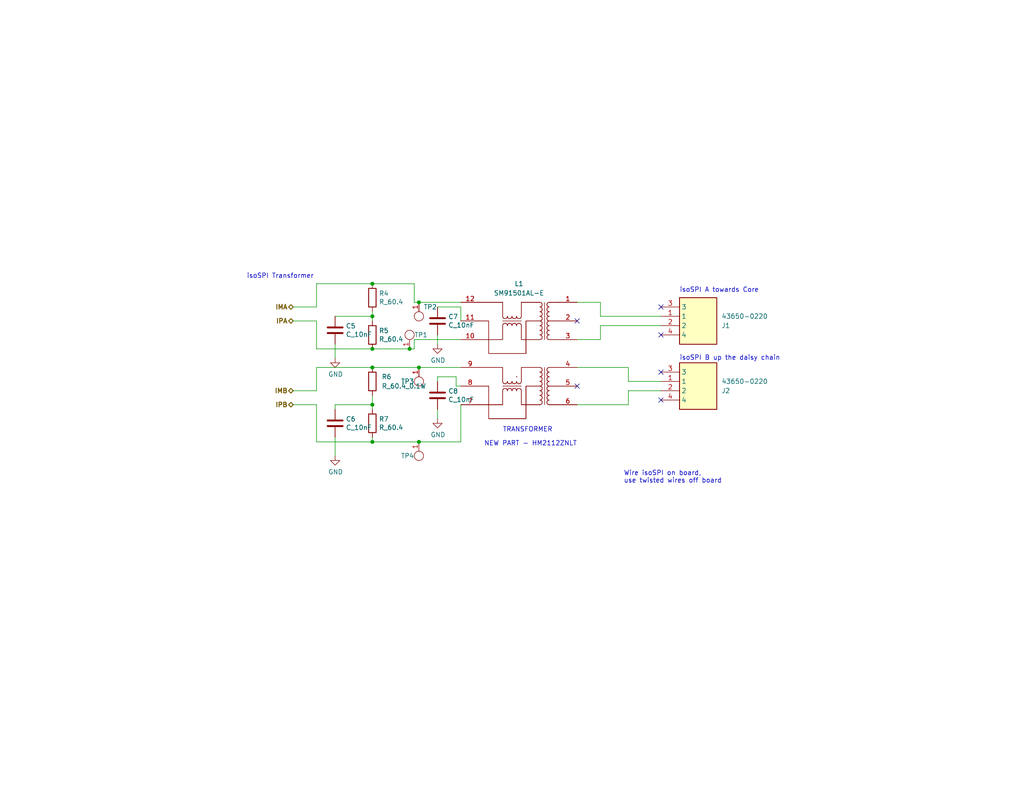
<source format=kicad_sch>
(kicad_sch (version 20250114) (generator "eeschema") (generator_version "9.0")
  (paper "A")
  (title_block (title "MkVI BMS Cell Supervisory Circuit") (date "2022-12-04") (rev "0") (company "Olin Electric Motorsports") (comment 1 "Melissa Kazazic and Dasha Chadiuk"))
  (lib_symbols
    (symbol "43650-0220:43650-0220"
      (property "Reference" "J" (at 16.51 7.62 0))
      (property "Value" "43650-0220" (at 16.51 5.08 0))
      (symbol "43650-0220_1_1"
        (rectangle (start 5.08 2.54) (end 15.24 -10.16) (stroke (width 0.254)) (fill (type background)))
        (pin passive line (at 0 0 0) (length 5.08) (name "4") (number "4"))
        (pin passive line (at 0 -2.54 0) (length 5.08) (name "2") (number "2"))
        (pin passive line (at 0 -5.08 0) (length 5.08) (name "1") (number "1"))
        (pin passive line (at 0 -7.62 0) (length 5.08) (name "3") (number "3"))
      )
    )
    (symbol "OEM:10nF" (pin_numbers (hide yes)) (pin_names (offset 0.254))
      (property "Reference" "C" (at 0.635 2.54 0))
      (property "Value" "10nF" (at 0.635 -2.54 0))
      (symbol "10nF_0_1"
        (polyline (pts (xy -2.032 0.762) (xy 2.032 0.762)) (stroke (width 0.508)))
        (polyline (pts (xy -2.032 -0.762) (xy 2.032 -0.762)) (stroke (width 0.508)))
      )
      (symbol "10nF_1_1"
        (pin passive line (at 0 3.81 270) (length 2.794) (name "~") (number "1"))
        (pin passive line (at 0 -3.81 90) (length 2.794) (name "~") (number "2"))
      )
    )
    (symbol "OEM:60R4" (pin_numbers (hide yes)) (pin_names (offset 0))
      (property "Reference" "R" (at 2.032 0 90))
      (property "Value" "60R4" (at 0 0 90))
      (symbol "60R4_0_1"
        (rectangle (start -1.016 -2.54) (end 1.016 2.54) (stroke (width 0.254)))
      )
      (symbol "60R4_1_1"
        (pin passive line (at 0 3.81 270) (length 1.27) (name "~") (number "1"))
        (pin passive line (at 0 -3.81 90) (length 1.27) (name "~") (number "2"))
      )
    )
    (symbol "OEM:L_BMS-isoSPI-Transformer_SM91501AL-E_SMD" (pin_names (offset 0.762))
      (property "Reference" "L" (at -5.08 27.94 0))
      (property "Value" "SM91501AL-E" (at -5.08 25.4 0))
      (symbol "L_BMS-isoSPI-Transformer_SM91501AL-E_SMD_0_0"
        (pin passive line (at -17.78 21.59 0) (length 5.08) (name "") (number "1"))
        (pin passive line (at -17.78 16.51 0) (length 5.08) (name "") (number "2"))
        (pin passive line (at -17.78 11.43 0) (length 5.08) (name "") (number "3"))
        (pin passive line (at -17.78 3.81 0) (length 5.08) (name "") (number "4"))
        (pin passive line (at -17.78 -1.27 0) (length 5.08) (name "") (number "5"))
        (pin passive line (at -17.78 -6.35 0) (length 5.08) (name "") (number "6"))
        (pin passive line (at 13.97 21.59 180) (length 5.08) (name "") (number "12"))
        (pin passive line (at 13.97 16.51 180) (length 5.08) (name "") (number "11"))
        (pin passive line (at 13.97 11.43 180) (length 5.08) (name "") (number "10"))
        (pin passive line (at 13.97 3.81 180) (length 5.08) (name "") (number "9"))
        (pin passive line (at 13.97 -1.27 180) (length 5.08) (name "") (number "8"))
        (pin passive line (at 13.97 -6.35 180) (length 5.08) (name "") (number "7"))
      )
      (symbol "L_BMS-isoSPI-Transformer_SM91501AL-E_SMD_0_1"
        (arc (start -10.16 21.59) (mid -9.5277 20.955) (end -10.16 20.32))
        (arc (start -10.16 21.59) (mid -9.5277 20.955) (end -10.16 20.32))
        (arc (start -10.16 20.32) (mid -9.5277 19.685) (end -10.16 19.05))
        (arc (start -10.16 20.32) (mid -9.5277 19.685) (end -10.16 19.05))
        (arc (start -10.16 19.05) (mid -9.5277 18.415) (end -10.16 17.78))
        (arc (start -10.16 19.05) (mid -9.5277 18.415) (end -10.16 17.78))
        (arc (start -10.16 17.78) (mid -9.5277 17.145) (end -10.16 16.51))
        (arc (start -10.16 17.78) (mid -9.5277 17.145) (end -10.16 16.51))
        (arc (start -10.16 16.51) (mid -9.5277 15.875) (end -10.16 15.24))
        (arc (start -10.16 16.51) (mid -9.5277 15.875) (end -10.16 15.24))
        (arc (start -10.16 15.24) (mid -9.5277 14.605) (end -10.16 13.97))
        (arc (start -10.16 15.24) (mid -9.5277 14.605) (end -10.16 13.97))
        (arc (start -10.16 13.97) (mid -9.5277 13.335) (end -10.16 12.7))
        (arc (start -10.16 13.97) (mid -9.5277 13.335) (end -10.16 12.7))
        (arc (start -10.16 12.7) (mid -9.5277 12.065) (end -10.16 11.43))
        (arc (start -10.16 12.7) (mid -9.5277 12.065) (end -10.16 11.43))
        (arc (start -10.16 3.81) (mid -9.5277 3.175) (end -10.16 2.54))
        (arc (start -10.16 3.81) (mid -9.5277 3.175) (end -10.16 2.54))
        (arc (start -10.16 2.54) (mid -9.5277 1.905) (end -10.16 1.27))
        (arc (start -10.16 2.54) (mid -9.5277 1.905) (end -10.16 1.27))
        (arc (start -10.16 1.27) (mid -9.5277 0.635) (end -10.16 0))
        (arc (start -10.16 1.27) (mid -9.5277 0.635) (end -10.16 0))
        (arc (start -10.16 0) (mid -9.5277 -0.635) (end -10.16 -1.27))
        (arc (start -10.16 0) (mid -9.5277 -0.635) (end -10.16 -1.27))
        (arc (start -10.16 -1.27) (mid -9.5277 -1.905) (end -10.16 -2.54))
        (arc (start -10.16 -1.27) (mid -9.5277 -1.905) (end -10.16 -2.54))
        (arc (start -10.16 -2.54) (mid -9.5277 -3.175) (end -10.16 -3.81))
        (arc (start -10.16 -2.54) (mid -9.5277 -3.175) (end -10.16 -3.81))
        (arc (start -10.16 -3.81) (mid -9.5277 -4.445) (end -10.16 -5.08))
        (arc (start -10.16 -3.81) (mid -9.5277 -4.445) (end -10.16 -5.08))
        (arc (start -10.16 -5.08) (mid -9.5277 -5.715) (end -10.16 -6.35))
        (arc (start -10.16 -5.08) (mid -9.5277 -5.715) (end -10.16 -6.35))
        (polyline (pts (xy -10.16 21.59) (xy -12.7 21.59)))
        (polyline (pts (xy -10.16 21.59) (xy -12.7 21.59)))
        (polyline (pts (xy -10.16 16.51) (xy -12.7 16.51)))
        (polyline (pts (xy -10.16 16.51) (xy -12.7 16.51)))
        (polyline (pts (xy -10.16 11.43) (xy -12.7 11.43)))
        (polyline (pts (xy -10.16 11.43) (xy -12.7 11.43)))
        (polyline (pts (xy -10.16 3.81) (xy -12.7 3.81)))
        (polyline (pts (xy -10.16 3.81) (xy -12.7 3.81)))
        (polyline (pts (xy -10.16 -1.27) (xy -12.7 -1.27)))
        (polyline (pts (xy -10.16 -1.27) (xy -12.7 -1.27)))
        (polyline (pts (xy -10.16 -6.35) (xy -12.7 -6.35)))
        (polyline (pts (xy -10.16 -6.35) (xy -12.7 -6.35)))
        (polyline (pts (xy -8.89 21.59) (xy -8.89 11.43)))
        (polyline (pts (xy -8.89 3.81) (xy -8.89 -6.35)))
        (polyline (pts (xy -7.62 21.59) (xy -2.54 21.59) (xy -2.54 19.05)))
        (polyline (pts (xy -7.62 21.59) (xy -2.54 21.59) (xy -2.54 19.05)))
        (polyline (pts (xy -7.62 16.51) (xy -3.81 16.51) (xy -3.81 7.62) (xy 6.35 7.62) (xy 6.35 16.51) (xy 8.89 16.51)))
        (polyline (pts (xy -7.62 16.51) (xy -3.81 16.51) (xy -3.81 7.62) (xy 6.35 7.62) (xy 6.35 16.51) (xy 8.89 16.51)))
        (polyline (pts (xy -7.62 11.43) (xy -2.54 11.43) (xy -2.54 15.24)))
        (polyline (pts (xy -7.62 11.43) (xy -2.54 11.43) (xy -2.54 15.24)))
        (polyline (pts (xy -7.62 3.81) (xy -2.54 3.81) (xy -2.54 1.27)))
        (polyline (pts (xy -7.62 3.81) (xy -2.54 3.81) (xy -2.54 1.27)))
        (polyline (pts (xy -7.62 -1.27) (xy -3.81 -1.27) (xy -3.81 -10.16) (xy 6.35 -10.16) (xy 6.35 -1.27) (xy 8.89 -1.27)))
        (polyline (pts (xy -7.62 -1.27) (xy -3.81 -1.27) (xy -3.81 -10.16) (xy 6.35 -10.16) (xy 6.35 -1.27) (xy 8.89 -1.27)))
        (polyline (pts (xy -7.62 -6.35) (xy -2.54 -6.35) (xy -2.54 -2.54)))
        (polyline (pts (xy -7.62 -6.35) (xy -2.54 -6.35) (xy -2.54 -2.54)))
        (arc (start -7.62 20.32) (mid -8.2523 20.955) (end -7.62 21.59))
        (arc (start -7.62 20.32) (mid -8.2523 20.955) (end -7.62 21.59))
        (arc (start -7.62 19.05) (mid -8.2523 19.685) (end -7.62 20.32))
        (arc (start -7.62 19.05) (mid -8.2523 19.685) (end -7.62 20.32))
        (arc (start -7.62 17.78) (mid -8.2523 18.415) (end -7.62 19.05))
        (arc (start -7.62 17.78) (mid -8.2523 18.415) (end -7.62 19.05))
        (arc (start -7.62 16.51) (mid -8.2523 17.145) (end -7.62 17.78))
        (arc (start -7.62 16.51) (mid -8.2523 17.145) (end -7.62 17.78))
        (arc (start -7.62 15.24) (mid -8.2523 15.875) (end -7.62 16.51))
        (arc (start -7.62 15.24) (mid -8.2523 15.875) (end -7.62 16.51))
        (arc (start -7.62 13.97) (mid -8.2523 14.605) (end -7.62 15.24))
        (arc (start -7.62 13.97) (mid -8.2523 14.605) (end -7.62 15.24))
        (arc (start -7.62 12.7) (mid -8.2523 13.335) (end -7.62 13.97))
        (arc (start -7.62 12.7) (mid -8.2523 13.335) (end -7.62 13.97))
        (arc (start -7.62 11.43) (mid -8.2523 12.065) (end -7.62 12.7))
        (arc (start -7.62 11.43) (mid -8.2523 12.065) (end -7.62 12.7))
        (arc (start -7.62 2.54) (mid -8.2523 3.175) (end -7.62 3.81))
        (arc (start -7.62 2.54) (mid -8.2523 3.175) (end -7.62 3.81))
        (arc (start -7.62 1.27) (mid -8.2523 1.905) (end -7.62 2.54))
        (arc (start -7.62 1.27) (mid -8.2523 1.905) (end -7.62 2.54))
        (arc (start -7.62 0) (mid -8.2523 0.635) (end -7.62 1.27))
        (arc (start -7.62 0) (mid -8.2523 0.635) (end -7.62 1.27))
        (arc (start -7.62 -1.27) (mid -8.2523 -0.635) (end -7.62 0))
        (arc (start -7.62 -1.27) (mid -8.2523 -0.635) (end -7.62 0))
        (arc (start -7.62 -2.54) (mid -8.2523 -1.905) (end -7.62 -1.27))
        (arc (start -7.62 -2.54) (mid -8.2523 -1.905) (end -7.62 -1.27))
        (arc (start -7.62 -3.81) (mid -8.2523 -3.175) (end -7.62 -2.54))
        (arc (start -7.62 -3.81) (mid -8.2523 -3.175) (end -7.62 -2.54))
        (arc (start -7.62 -5.08) (mid -8.2523 -4.445) (end -7.62 -3.81))
        (arc (start -7.62 -5.08) (mid -8.2523 -4.445) (end -7.62 -3.81))
        (arc (start -7.62 -6.35) (mid -8.2523 -5.715) (end -7.62 -5.08))
        (arc (start -7.62 -6.35) (mid -8.2523 -5.715) (end -7.62 -5.08))
        (polyline (pts (xy -2.54 19.05) (xy -2.54 17.78)))
        (polyline (pts (xy -2.54 19.05) (xy -2.54 17.78)))
        (polyline (pts (xy -2.54 16.51) (xy 2.54 16.51)))
        (polyline (pts (xy -2.54 1.27) (xy -2.54 0)))
        (polyline (pts (xy -2.54 1.27) (xy -2.54 0)))
        (polyline (pts (xy -2.54 -1.27) (xy 2.54 -1.27)))
        (arc (start -1.27 17.78) (mid -1.905 17.1477) (end -2.54 17.78))
        (arc (start -1.27 17.78) (mid -1.905 17.1477) (end -2.54 17.78))
        (arc (start -2.54 15.24) (mid -1.905 15.8723) (end -1.27 15.24))
        (arc (start -2.54 15.24) (mid -1.905 15.8723) (end -1.27 15.24))
        (arc (start -1.27 0) (mid -1.905 -0.6323) (end -2.54 0))
        (arc (start -1.27 0) (mid -1.905 -0.6323) (end -2.54 0))
        (arc (start -2.54 -2.54) (mid -1.905 -1.9077) (end -1.27 -2.54))
        (arc (start -2.54 -2.54) (mid -1.905 -1.9077) (end -1.27 -2.54))
        (circle (center -1.27 1.27) (radius 0.0001))
        (arc (start 0 17.78) (mid -0.635 17.1477) (end -1.27 17.78))
        (arc (start 0 17.78) (mid -0.635 17.1477) (end -1.27 17.78))
        (arc (start -1.27 15.24) (mid -0.635 15.8723) (end 0 15.24))
        (arc (start -1.27 15.24) (mid -0.635 15.8723) (end 0 15.24))
        (arc (start 0 0) (mid -0.635 -0.6323) (end -1.27 0))
        (arc (start 0 0) (mid -0.635 -0.6323) (end -1.27 0))
        (arc (start -1.27 -2.54) (mid -0.635 -1.9077) (end 0 -2.54))
        (arc (start -1.27 -2.54) (mid -0.635 -1.9077) (end 0 -2.54))
        (arc (start 1.27 17.78) (mid 0.635 17.1477) (end 0 17.78))
        (arc (start 1.27 17.78) (mid 0.635 17.1477) (end 0 17.78))
        (arc (start 0 15.24) (mid 0.635 15.8723) (end 1.27 15.24))
        (arc (start 0 15.24) (mid 0.635 15.8723) (end 1.27 15.24))
        (arc (start 1.27 0) (mid 0.635 -0.6323) (end 0 0))
        (arc (start 1.27 0) (mid 0.635 -0.6323) (end 0 0))
        (arc (start 0 -2.54) (mid 0.635 -1.9077) (end 1.27 -2.54))
        (arc (start 0 -2.54) (mid 0.635 -1.9077) (end 1.27 -2.54))
        (arc (start 2.54 17.78) (mid 1.905 17.1477) (end 1.27 17.78))
        (arc (start 2.54 17.78) (mid 1.905 17.1477) (end 1.27 17.78))
        (arc (start 1.27 15.24) (mid 1.905 15.8723) (end 2.54 15.24))
        (arc (start 1.27 15.24) (mid 1.905 15.8723) (end 2.54 15.24))
        (arc (start 2.54 0) (mid 1.905 -0.6323) (end 1.27 0))
        (arc (start 2.54 0) (mid 1.905 -0.6323) (end 1.27 0))
        (arc (start 1.27 -2.54) (mid 1.905 -1.9077) (end 2.54 -2.54))
        (arc (start 1.27 -2.54) (mid 1.905 -1.9077) (end 2.54 -2.54))
        (polyline (pts (xy 2.54 17.78) (xy 2.54 21.59) (xy 8.89 21.59)))
        (polyline (pts (xy 2.54 17.78) (xy 2.54 21.59) (xy 8.89 21.59)))
        (polyline (pts (xy 2.54 15.24) (xy 2.54 11.43) (xy 8.89 11.43)))
        (polyline (pts (xy 2.54 15.24) (xy 2.54 11.43) (xy 8.89 11.43)))
        (polyline (pts (xy 2.54 0) (xy 2.54 3.81) (xy 8.89 3.81)))
        (polyline (pts (xy 2.54 0) (xy 2.54 3.81) (xy 8.89 3.81)))
        (polyline (pts (xy 2.54 -2.54) (xy 2.54 -6.35) (xy 8.89 -6.35)))
        (polyline (pts (xy 2.54 -2.54) (xy 2.54 -6.35) (xy 8.89 -6.35)))
      )
    )
    (symbol "OEM:R_60.4_0.1W_0603" (pin_numbers (hide yes)) (pin_names (offset 0))
      (property "Reference" "R" (at 2.032 0 90))
      (property "Value" "R_60.4_0.1W" (at 0 0 90))
      (symbol "R_60.4_0.1W_0603_0_1"
        (rectangle (start -1.016 -2.54) (end 1.016 2.54) (stroke (width 0.254)))
      )
      (symbol "R_60.4_0.1W_0603_1_1"
        (pin passive line (at 0 3.81 270) (length 1.27) (name "~") (number "1"))
        (pin passive line (at 0 -3.81 90) (length 1.27) (name "~") (number "2"))
      )
    )
    (symbol "OEM:TP_SMD" (pin_names (offset 1.016))
      (property "Reference" "TP" (at 0 7.62 0))
      (property "Value" "TP_SMD" (at 1.27 5.08 0))
      (symbol "TP_SMD_1_1"
        (circle (center 0 2.54) (radius 1.27))
        (pin input line (at 0 -1.27 90) (length 2.54) (name "~") (number "1"))
      )
    )
    (symbol "power:GND" (power) (pin_names (offset 0))
      (property "Value" "GND" (at 0 -3.81 0))
      (symbol "GND_0_1"
        (polyline (pts (xy 0 0) (xy 0 -1.27) (xy 1.27 -1.27) (xy 0 -2.54) (xy -1.27 -1.27) (xy 0 -1.27)))
      )
      (symbol "GND_1_1"
        (pin power_in line (at 0 0 270) (length 0) (hide yes) (name "GND") (number "1"))
      )
    )
  )
  (text "isoSPI B up the daisy chain\n" (at 185.42 98.552 0) (effects (font (size 1.27 1.27)) (justify left bottom)))
  (text "TRANSFORMER" (at 137.16 118.11 0) (effects (font (size 1.27 1.27)) (justify left bottom)))
  (text "isoSPI Transformer" (at 67.31 76.2 0) (effects (font (size 1.27 1.27)) (justify left bottom)))
  (text "NEW PART - HM2112ZNLT" (at 132.08 121.92 0) (effects (font (size 1.27 1.27)) (justify left bottom)))
  (text "isoSPI A towards Core" (at 185.42 80.01 0) (effects (font (size 1.27 1.27)) (justify left bottom)))
  (text "Wire isoSPI on board, \nuse twisted wires off board" (at 170.18 132.08 0) (effects (font (size 1.27 1.27)) (justify left bottom)))
  (junction (at 114.3 82.55))
  (junction (at 114.3 120.65))
  (junction (at 114.3 100.33))
  (junction (at 101.6 110.49))
  (junction (at 111.76 95.25))
  (junction (at 101.6 86.36))
  (junction (at 101.6 95.25))
  (junction (at 101.6 100.33))
  (junction (at 101.6 77.47))
  (junction (at 101.6 120.65))
  (no_connect (at 157.48 87.63))
  (no_connect (at 180.34 101.6))
  (no_connect (at 157.48 105.41))
  (no_connect (at 180.34 83.82))
  (no_connect (at 180.34 109.22))
  (no_connect (at 180.34 91.44))
  (wire (pts (xy 171.45 100.33) (xy 171.45 104.14)))
  (wire (pts (xy 86.36 120.65) (xy 86.36 110.49)))
  (wire (pts (xy 101.6 85.09) (xy 101.6 86.36)))
  (wire (pts (xy 157.48 100.33) (xy 171.45 100.33)))
  (wire (pts (xy 163.83 86.36) (xy 180.34 86.36)))
  (wire (pts (xy 101.6 86.36) (xy 101.6 87.63)))
  (wire (pts (xy 119.38 102.87) (xy 119.38 104.14)))
  (wire (pts (xy 171.45 104.14) (xy 180.34 104.14)))
  (wire (pts (xy 125.73 105.41) (xy 124.46 105.41)))
  (wire (pts (xy 86.36 87.63) (xy 80.01 87.63)))
  (wire (pts (xy 86.36 95.25) (xy 101.6 95.25)))
  (wire (pts (xy 163.83 88.9) (xy 163.83 92.71)))
  (wire (pts (xy 157.48 110.49) (xy 171.45 110.49)))
  (wire (pts (xy 125.73 83.82) (xy 119.38 83.82)))
  (wire (pts (xy 101.6 120.65) (xy 86.36 120.65)))
  (wire (pts (xy 119.38 111.76) (xy 119.38 114.3)))
  (wire (pts (xy 86.36 83.82) (xy 80.01 83.82)))
  (wire (pts (xy 91.44 110.49) (xy 101.6 110.49)))
  (wire (pts (xy 124.46 102.87) (xy 119.38 102.87)))
  (wire (pts (xy 125.73 82.55) (xy 114.3 82.55)))
  (wire (pts (xy 157.48 82.55) (xy 163.83 82.55)))
  (wire (pts (xy 91.44 93.98) (xy 91.44 97.79)))
  (wire (pts (xy 86.36 106.68) (xy 80.01 106.68)))
  (wire (pts (xy 91.44 110.49) (xy 91.44 111.76)))
  (wire (pts (xy 101.6 107.95) (xy 101.6 110.49)))
  (wire (pts (xy 114.3 100.33) (xy 125.73 100.33)))
  (wire (pts (xy 101.6 120.65) (xy 114.3 120.65)))
  (wire (pts (xy 111.76 95.25) (xy 113.03 95.25)))
  (wire (pts (xy 86.36 87.63) (xy 86.36 95.25)))
  (wire (pts (xy 113.03 82.55) (xy 113.03 77.47)))
  (wire (pts (xy 101.6 100.33) (xy 114.3 100.33)))
  (wire (pts (xy 101.6 119.38) (xy 101.6 120.65)))
  (wire (pts (xy 101.6 95.25) (xy 111.76 95.25)))
  (wire (pts (xy 86.36 100.33) (xy 101.6 100.33)))
  (wire (pts (xy 86.36 77.47) (xy 101.6 77.47)))
  (wire (pts (xy 101.6 77.47) (xy 113.03 77.47)))
  (wire (pts (xy 163.83 86.36) (xy 163.83 82.55)))
  (wire (pts (xy 125.73 110.49) (xy 125.73 120.65)))
  (wire (pts (xy 180.34 88.9) (xy 163.83 88.9)))
  (wire (pts (xy 114.3 82.55) (xy 113.03 82.55)))
  (wire (pts (xy 101.6 110.49) (xy 101.6 111.76)))
  (wire (pts (xy 171.45 110.49) (xy 171.45 106.68)))
  (wire (pts (xy 101.6 86.36) (xy 91.44 86.36)))
  (wire (pts (xy 86.36 77.47) (xy 86.36 83.82)))
  (wire (pts (xy 113.03 92.71) (xy 113.03 95.25)))
  (wire (pts (xy 91.44 119.38) (xy 91.44 124.46)))
  (wire (pts (xy 86.36 100.33) (xy 86.36 106.68)))
  (wire (pts (xy 125.73 87.63) (xy 125.73 83.82)))
  (wire (pts (xy 157.48 92.71) (xy 163.83 92.71)))
  (wire (pts (xy 114.3 120.65) (xy 125.73 120.65)))
  (wire (pts (xy 124.46 105.41) (xy 124.46 102.87)))
  (wire (pts (xy 125.73 92.71) (xy 113.03 92.71)))
  (wire (pts (xy 171.45 106.68) (xy 180.34 106.68)))
  (wire (pts (xy 86.36 110.49) (xy 80.01 110.49)))
  (wire (pts (xy 119.38 91.44) (xy 119.38 93.98)))
  (hierarchical_label "IMB" (shape bidirectional) (at 80.01 106.68 180) (effects (font (bold yes))))
  (hierarchical_label "IMA" (shape bidirectional) (at 80.01 83.82 180) (effects (font (bold yes))))
  (hierarchical_label "IPB" (shape bidirectional) (at 80.01 110.49 180) (effects (font (bold yes))))
  (hierarchical_label "IPA" (shape bidirectional) (at 80.01 87.63 180) (effects (font (bold yes))))
  (symbol (lib_id "43650-0220:43650-0220") (at 180.34 109.22 0) (mirror x) (unit 1)
    (property "Reference" "J2" (at 196.85 106.6801 0) (effects (justify left)))
    (property "Value" "43650-0220" (at 196.85 104.1401 0) (effects (justify left)))
    (property "Footprint" "43650-02YY_18192063" (effects (hide yes)))
    (property "Datasheet" "https://www.molex.com/pdm_docs/sd/436500218_sd.pdf" (effects (hide yes)))
    (property "Description" "Micro-Fit 3.0 Vertical Header, 3.00mm Pitch, Single Row, 2 Circuits, with PCB Press-fit Metal Retention Clip, Glow-Wire Capable, Black" (effects (hide yes)))
    (property "Height" "9.9" (effects (hide yes)))
    (property "Manufacturer_Name" "Molex" (effects (hide yes)))
    (property "Manufacturer_Part_Number" "43650-0220" (effects (hide yes)))
    (property "Mouser Part Number" "538-43650-0220" (effects (hide yes)))
    (property "Mouser Price/Stock" "https://www.mouser.co.uk/ProductDetail/Molex/43650-0220?qs=zhePCb1yaFPcr0mO6F%252BhcQ%3D%3D" (effects (hide yes)))
  )
  (symbol (lib_id "OEM:TP_SMD") (at 114.3 101.6 180) (unit 1)
    (property "Reference" "TP3" (at 113.03 104.14 0) (effects (justify left)))
    (property "Value" "TP_SMD" (effects (hide yes)))
    (property "Footprint" "OEM:Test_Point_SMD" (effects (hide yes)))
    (property "MPN" "5019" (effects (hide yes)))
    (property "MFN" "Keystone" (effects (hide yes)))
    (property "DKPN" "36-5019TR-ND" (effects (hide yes)))
    (property "NewDesigns" "YES" (effects (hide yes)))
    (property "Stocked" "Reel" (effects (hide yes)))
    (property "Package" "Custom" (effects (hide yes)))
    (property "Style" "SMD" (effects (hide yes)))
  )
  (symbol (lib_id "power:GND") (at 91.44 97.79 0) (unit 1)
    (property "Reference" "#PWR?" (effects (hide yes)))
    (property "Value" "GND" (at 91.567 102.1842 0))
  )
  (symbol (lib_id "OEM:TP_SMD") (at 114.3 83.82 180) (unit 1)
    (property "Reference" "TP2" (at 115.57 83.82 0) (effects (justify right)))
    (property "Value" "TP_SMD" (effects (hide yes)))
    (property "Footprint" "OEM:Test_Point_SMD" (effects (hide yes)))
    (property "MPN" "5019" (effects (hide yes)))
    (property "MFN" "Keystone" (effects (hide yes)))
    (property "DKPN" "36-5019TR-ND" (effects (hide yes)))
    (property "NewDesigns" "YES" (effects (hide yes)))
    (property "Stocked" "Reel" (effects (hide yes)))
    (property "Package" "Custom" (effects (hide yes)))
    (property "Style" "SMD" (effects (hide yes)))
  )
  (symbol (lib_id "OEM:R_60.4_0.1W_0603") (at 101.6 104.14 0) (unit 1)
    (property "Reference" "R6" (at 104.14 102.8699 0) (effects (justify left)))
    (property "Value" "R_60.4_0.1W" (at 104.14 105.4099 0) (effects (justify left)))
    (property "Footprint" "OEM:R_0603_1608Metric" (effects (hide yes)))
    (property "Datasheet" "https://www.mouser.com/datasheet/3/1099/1/SEI-RMCF_RMCP.pdf" (effects (hide yes)))
    (property "Description" "RES 60.4 OHM 1% 1/10W 0603" (effects (hide yes)))
    (property "MPN" "RMCF0603FT60R4" (effects (hide yes)))
  )
  (symbol (lib_id "OEM:L_BMS-isoSPI-Transformer_SM91501AL-E_SMD") (at 139.7 104.14 0) (mirror y) (unit 1)
    (property "Reference" "L1" (at 141.605 77.47 0))
    (property "Value" "SM91501AL-E" (at 141.605 80.01 0))
    (property "Footprint" "OEM:SOP200P1473X500-12N (L_BMS-isoSPI-Transformer_SM91501AL-E_SMD - SM91501ALE)" (effects (hide yes)))
    (property "Datasheet" "https://productfinder.pulseeng.com/doc_type/WEB301/doc_num/HM2112ZNL/doc_part/HM2112ZNL.pdf" (effects (hide yes)))
    (property "Description" "Telecom Transformer 1:1 0.45Ohm Prim. DCR 0.85Ohm Sec. DCR 12Term. Gull Wing SMD" (effects (hide yes)))
    (property "MPN" "SM91501AL-E" (effects (hide yes)))
  )
  (symbol (lib_id "OEM:60R4") (at 101.6 91.44 0) (unit 1)
    (property "Reference" "R5" (at 103.378 90.2716 0) (effects (justify left)))
    (property "Value" "R_60.4" (at 103.378 92.583 0) (effects (justify left)))
    (property "Footprint" "OEM:R_0603" (effects (hide yes)))
    (property "Datasheet" "${OEM_DIR}/parts/datasheets/stackpole_RMCF_RMCP.pdf" (effects (hide yes)))
    (property "MFN" "Stackpole Electronics" (effects (hide yes)))
    (property "MPN" "RMCF0603FT60R4" (effects (hide yes)))
    (property "DKPN" "RMCF0603FT60R4DKR-ND" (effects (hide yes)))
    (property "NewDesigns" "YES" (effects (hide yes)))
    (property "Stocked" "Digi-Reel" (effects (hide yes)))
    (property "Package" "0603" (effects (hide yes)))
    (property "Style" "SMD" (effects (hide yes)))
  )
  (symbol (lib_id "OEM:60R4") (at 101.6 115.57 0) (unit 1)
    (property "Reference" "R7" (at 103.378 114.4016 0) (effects (justify left)))
    (property "Value" "R_60.4" (at 103.378 116.713 0) (effects (justify left)))
    (property "Footprint" "OEM:R_0603" (effects (hide yes)))
    (property "Datasheet" "${OEM_DIR}/parts/datasheets/stackpole_RMCF_RMCP.pdf" (effects (hide yes)))
    (property "MFN" "Stackpole Electronics" (effects (hide yes)))
    (property "MPN" "RMCF0603FT60R4" (effects (hide yes)))
    (property "DKPN" "RMCF0603FT60R4DKR-ND" (effects (hide yes)))
    (property "NewDesigns" "YES" (effects (hide yes)))
    (property "Stocked" "Digi-Reel" (effects (hide yes)))
    (property "Package" "0603" (effects (hide yes)))
    (property "Style" "SMD" (effects (hide yes)))
  )
  (symbol (lib_id "OEM:10nF") (at 119.38 87.63 0) (unit 1)
    (property "Reference" "C7" (at 122.301 86.4616 0) (effects (justify left)))
    (property "Value" "C_10nF" (at 122.301 88.773 0) (effects (justify left)))
    (property "Footprint" "OEM:C_0603" (effects (hide yes)))
    (property "Datasheet" "${OEM_DIR}/parts/datasheets/samsung_CL10B103KB8NNNC.pdf" (effects (hide yes)))
    (property "MFN" "Samsung Electro-Mechanics" (effects (hide yes)))
    (property "MPN" "CL10B103KB8NNNC" (effects (hide yes)))
    (property "DKPN" "1276-1009-2-ND" (effects (hide yes)))
    (property "Package" "0603" (effects (hide yes)))
    (property "Stocked" "Reel" (effects (hide yes)))
    (property "NewDesigns" "YES" (effects (hide yes)))
    (property "Style" "SMD" (effects (hide yes)))
  )
  (symbol (lib_id "OEM:60R4") (at 101.6 81.28 0) (unit 1)
    (property "Reference" "R4" (at 103.378 80.1116 0) (effects (justify left)))
    (property "Value" "R_60.4" (at 103.378 82.423 0) (effects (justify left)))
    (property "Footprint" "OEM:R_0603" (effects (hide yes)))
    (property "Datasheet" "${OEM_DIR}/parts/datasheets/stackpole_RMCF_RMCP.pdf" (effects (hide yes)))
    (property "MFN" "Stackpole Electronics" (effects (hide yes)))
    (property "MPN" "RMCF0603FT60R4" (effects (hide yes)))
    (property "DKPN" "RMCF0603FT60R4DKR-ND" (effects (hide yes)))
    (property "NewDesigns" "YES" (effects (hide yes)))
    (property "Stocked" "Digi-Reel" (effects (hide yes)))
    (property "Package" "0603" (effects (hide yes)))
    (property "Style" "SMD" (effects (hide yes)))
  )
  (symbol (lib_id "OEM:TP_SMD") (at 114.3 121.92 180) (unit 1)
    (property "Reference" "TP4" (at 113.03 124.46 0) (effects (justify left)))
    (property "Value" "TP_SMD" (effects (hide yes)))
    (property "Footprint" "OEM:Test_Point_SMD" (effects (hide yes)))
    (property "MPN" "5019" (effects (hide yes)))
    (property "MFN" "Keystone" (effects (hide yes)))
    (property "DKPN" "36-5019TR-ND" (effects (hide yes)))
    (property "NewDesigns" "YES" (effects (hide yes)))
    (property "Stocked" "Reel" (effects (hide yes)))
    (property "Package" "Custom" (effects (hide yes)))
    (property "Style" "SMD" (effects (hide yes)))
  )
  (symbol (lib_id "43650-0220:43650-0220") (at 180.34 91.44 0) (mirror x) (unit 1)
    (property "Reference" "J1" (at 196.85 88.9001 0) (effects (justify left)))
    (property "Value" "43650-0220" (at 196.85 86.3601 0) (effects (justify left)))
    (property "Footprint" "43650-02YY_18192063" (effects (hide yes)))
    (property "Datasheet" "https://www.molex.com/pdm_docs/sd/436500218_sd.pdf" (effects (hide yes)))
    (property "Description" "Micro-Fit 3.0 Vertical Header, 3.00mm Pitch, Single Row, 2 Circuits, with PCB Press-fit Metal Retention Clip, Glow-Wire Capable, Black" (effects (hide yes)))
    (property "Height" "9.9" (effects (hide yes)))
    (property "Manufacturer_Name" "Molex" (effects (hide yes)))
    (property "Manufacturer_Part_Number" "43650-0220" (effects (hide yes)))
    (property "Mouser Part Number" "538-43650-0220" (effects (hide yes)))
    (property "Mouser Price/Stock" "https://www.mouser.co.uk/ProductDetail/Molex/43650-0220?qs=zhePCb1yaFPcr0mO6F%252BhcQ%3D%3D" (effects (hide yes)))
  )
  (symbol (lib_id "power:GND") (at 119.38 93.98 0) (unit 1)
    (property "Reference" "#PWR?" (effects (hide yes)))
    (property "Value" "GND" (at 119.507 98.3742 0))
  )
  (symbol (lib_id "power:GND") (at 119.38 114.3 0) (unit 1)
    (property "Reference" "#PWR?" (effects (hide yes)))
    (property "Value" "GND" (at 119.507 118.6942 0))
  )
  (symbol (lib_id "OEM:TP_SMD") (at 111.76 93.98 0) (unit 1)
    (property "Reference" "TP1" (at 113.03 91.44 0) (effects (justify left)))
    (property "Value" "TP_SMD" (effects (hide yes)))
    (property "Footprint" "OEM:Test_Point_SMD" (effects (hide yes)))
    (property "MPN" "5019" (effects (hide yes)))
    (property "MFN" "Keystone" (effects (hide yes)))
    (property "DKPN" "36-5019TR-ND" (effects (hide yes)))
    (property "NewDesigns" "YES" (effects (hide yes)))
    (property "Stocked" "Reel" (effects (hide yes)))
    (property "Package" "Custom" (effects (hide yes)))
    (property "Style" "SMD" (effects (hide yes)))
  )
  (symbol (lib_id "OEM:10nF") (at 91.44 115.57 0) (unit 1)
    (property "Reference" "C6" (at 94.361 114.4016 0) (effects (justify left)))
    (property "Value" "C_10nF" (at 94.361 116.713 0) (effects (justify left)))
    (property "Footprint" "OEM:C_0603" (effects (hide yes)))
    (property "Datasheet" "${OEM_DIR}/parts/datasheets/samsung_CL10B103KB8NNNC.pdf" (effects (hide yes)))
    (property "MFN" "Samsung Electro-Mechanics" (effects (hide yes)))
    (property "MPN" "CL10B103KB8NNNC" (effects (hide yes)))
    (property "DKPN" "1276-1009-2-ND" (effects (hide yes)))
    (property "Package" "0603" (effects (hide yes)))
    (property "Stocked" "Reel" (effects (hide yes)))
    (property "NewDesigns" "YES" (effects (hide yes)))
    (property "Style" "SMD" (effects (hide yes)))
  )
  (symbol (lib_id "OEM:10nF") (at 91.44 90.17 0) (unit 1)
    (property "Reference" "C5" (at 94.361 89.0016 0) (effects (justify left)))
    (property "Value" "C_10nF" (at 94.361 91.313 0) (effects (justify left)))
    (property "Footprint" "OEM:C_0603" (effects (hide yes)))
    (property "Datasheet" "${OEM_DIR}/parts/datasheets/samsung_CL10B103KB8NNNC.pdf" (effects (hide yes)))
    (property "MFN" "Samsung Electro-Mechanics" (effects (hide yes)))
    (property "MPN" "CL10B103KB8NNNC" (effects (hide yes)))
    (property "DKPN" "1276-1009-2-ND" (effects (hide yes)))
    (property "Package" "0603" (effects (hide yes)))
    (property "Stocked" "Reel" (effects (hide yes)))
    (property "NewDesigns" "YES" (effects (hide yes)))
    (property "Style" "SMD" (effects (hide yes)))
  )
  (symbol (lib_id "OEM:10nF") (at 119.38 107.95 0) (unit 1)
    (property "Reference" "C8" (at 122.301 106.7816 0) (effects (justify left)))
    (property "Value" "C_10nF" (at 122.301 109.093 0) (effects (justify left)))
    (property "Footprint" "OEM:C_0603" (effects (hide yes)))
    (property "Datasheet" "${OEM_DIR}/parts/datasheets/samsung_CL10B103KB8NNNC.pdf" (effects (hide yes)))
    (property "MFN" "Samsung Electro-Mechanics" (effects (hide yes)))
    (property "MPN" "CL10B103KB8NNNC" (effects (hide yes)))
    (property "DKPN" "1276-1009-2-ND" (effects (hide yes)))
    (property "Package" "0603" (effects (hide yes)))
    (property "Stocked" "Reel" (effects (hide yes)))
    (property "NewDesigns" "YES" (effects (hide yes)))
    (property "Style" "SMD" (effects (hide yes)))
  )
  (symbol (lib_id "power:GND") (at 91.44 124.46 0) (unit 1)
    (property "Reference" "#PWR?" (effects (hide yes)))
    (property "Value" "GND" (at 91.567 128.8542 0))
  )
)
</source>
